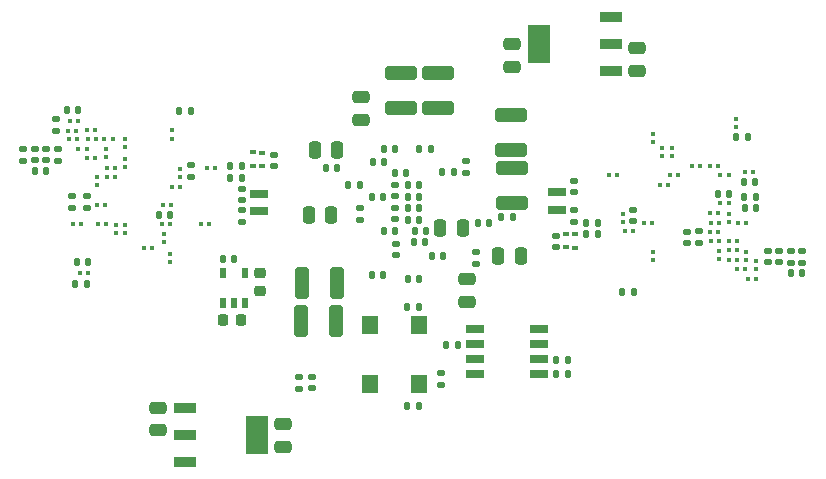
<source format=gbr>
%TF.GenerationSoftware,KiCad,Pcbnew,8.0.1*%
%TF.CreationDate,2025-01-10T22:18:19+05:00*%
%TF.ProjectId,BENE_DOUBLE_V1,42454e45-5f44-44f5-9542-4c455f56312e,rev?*%
%TF.SameCoordinates,Original*%
%TF.FileFunction,Paste,Bot*%
%TF.FilePolarity,Positive*%
%FSLAX46Y46*%
G04 Gerber Fmt 4.6, Leading zero omitted, Abs format (unit mm)*
G04 Created by KiCad (PCBNEW 8.0.1) date 2025-01-10 22:18:19*
%MOMM*%
%LPD*%
G01*
G04 APERTURE LIST*
G04 Aperture macros list*
%AMRoundRect*
0 Rectangle with rounded corners*
0 $1 Rounding radius*
0 $2 $3 $4 $5 $6 $7 $8 $9 X,Y pos of 4 corners*
0 Add a 4 corners polygon primitive as box body*
4,1,4,$2,$3,$4,$5,$6,$7,$8,$9,$2,$3,0*
0 Add four circle primitives for the rounded corners*
1,1,$1+$1,$2,$3*
1,1,$1+$1,$4,$5*
1,1,$1+$1,$6,$7*
1,1,$1+$1,$8,$9*
0 Add four rect primitives between the rounded corners*
20,1,$1+$1,$2,$3,$4,$5,0*
20,1,$1+$1,$4,$5,$6,$7,0*
20,1,$1+$1,$6,$7,$8,$9,0*
20,1,$1+$1,$8,$9,$2,$3,0*%
G04 Aperture macros list end*
%ADD10RoundRect,0.079500X0.079500X0.100500X-0.079500X0.100500X-0.079500X-0.100500X0.079500X-0.100500X0*%
%ADD11RoundRect,0.079500X-0.079500X-0.100500X0.079500X-0.100500X0.079500X0.100500X-0.079500X0.100500X0*%
%ADD12RoundRect,0.140000X0.140000X0.170000X-0.140000X0.170000X-0.140000X-0.170000X0.140000X-0.170000X0*%
%ADD13RoundRect,0.250000X1.100000X-0.325000X1.100000X0.325000X-1.100000X0.325000X-1.100000X-0.325000X0*%
%ADD14RoundRect,0.135000X0.135000X0.185000X-0.135000X0.185000X-0.135000X-0.185000X0.135000X-0.185000X0*%
%ADD15RoundRect,0.079500X0.100500X-0.079500X0.100500X0.079500X-0.100500X0.079500X-0.100500X-0.079500X0*%
%ADD16RoundRect,0.140000X-0.140000X-0.170000X0.140000X-0.170000X0.140000X0.170000X-0.140000X0.170000X0*%
%ADD17RoundRect,0.250000X0.325000X1.100000X-0.325000X1.100000X-0.325000X-1.100000X0.325000X-1.100000X0*%
%ADD18RoundRect,0.225000X-0.250000X0.225000X-0.250000X-0.225000X0.250000X-0.225000X0.250000X0.225000X0*%
%ADD19R,1.500000X0.800000*%
%ADD20RoundRect,0.140000X0.170000X-0.140000X0.170000X0.140000X-0.170000X0.140000X-0.170000X-0.140000X0*%
%ADD21RoundRect,0.250000X-0.250000X-0.475000X0.250000X-0.475000X0.250000X0.475000X-0.250000X0.475000X0*%
%ADD22RoundRect,0.250000X0.250000X0.475000X-0.250000X0.475000X-0.250000X-0.475000X0.250000X-0.475000X0*%
%ADD23RoundRect,0.140000X-0.170000X0.140000X-0.170000X-0.140000X0.170000X-0.140000X0.170000X0.140000X0*%
%ADD24RoundRect,0.250000X-0.475000X0.250000X-0.475000X-0.250000X0.475000X-0.250000X0.475000X0.250000X0*%
%ADD25RoundRect,0.135000X-0.185000X0.135000X-0.185000X-0.135000X0.185000X-0.135000X0.185000X0.135000X0*%
%ADD26RoundRect,0.135000X-0.135000X-0.185000X0.135000X-0.185000X0.135000X0.185000X-0.135000X0.185000X0*%
%ADD27R,0.508000X0.952500*%
%ADD28RoundRect,0.250000X0.475000X-0.250000X0.475000X0.250000X-0.475000X0.250000X-0.475000X-0.250000X0*%
%ADD29RoundRect,0.079500X-0.100500X0.079500X-0.100500X-0.079500X0.100500X-0.079500X0.100500X0.079500X0*%
%ADD30R,0.508000X0.431800*%
%ADD31R,0.508000X0.355600*%
%ADD32RoundRect,0.135000X0.185000X-0.135000X0.185000X0.135000X-0.185000X0.135000X-0.185000X-0.135000X0*%
%ADD33R,1.900000X0.900000*%
%ADD34R,1.900000X3.200000*%
%ADD35R,1.346200X1.524000*%
%ADD36RoundRect,0.147500X-0.172500X0.147500X-0.172500X-0.147500X0.172500X-0.147500X0.172500X0.147500X0*%
%ADD37R,1.500000X0.650000*%
%ADD38RoundRect,0.225000X-0.225000X-0.250000X0.225000X-0.250000X0.225000X0.250000X-0.225000X0.250000X0*%
G04 APERTURE END LIST*
D10*
%TO.C,C97*%
X75395000Y-96200000D03*
X74705000Y-96200000D03*
%TD*%
%TO.C,C94*%
X76195000Y-97000000D03*
X75505000Y-97000000D03*
%TD*%
%TO.C,C103*%
X84145000Y-100250000D03*
X83455000Y-100250000D03*
%TD*%
D11*
%TO.C,C35*%
X130605000Y-104800000D03*
X131295000Y-104800000D03*
%TD*%
D12*
%TO.C,C39*%
X132880000Y-102000000D03*
X131920000Y-102000000D03*
%TD*%
D13*
%TO.C,C126*%
X112200000Y-101575000D03*
X112200000Y-98625000D03*
%TD*%
D14*
%TO.C,R64*%
X107610000Y-113600000D03*
X106590000Y-113600000D03*
%TD*%
D11*
%TO.C,C45*%
X131905000Y-99000000D03*
X132595000Y-99000000D03*
%TD*%
D15*
%TO.C,C37*%
X132000000Y-106445000D03*
X132000000Y-105755000D03*
%TD*%
D10*
%TO.C,C24*%
X129695000Y-102450000D03*
X129005000Y-102450000D03*
%TD*%
D12*
%TO.C,C154*%
X104930000Y-103950000D03*
X103970000Y-103950000D03*
%TD*%
D14*
%TO.C,R47*%
X89360000Y-98500000D03*
X88340000Y-98500000D03*
%TD*%
D16*
%TO.C,C68*%
X71820000Y-98900000D03*
X72780000Y-98900000D03*
%TD*%
D17*
%TO.C,C158*%
X97375000Y-108400000D03*
X94425000Y-108400000D03*
%TD*%
D18*
%TO.C,C121*%
X90862999Y-107504150D03*
X90862999Y-109054150D03*
%TD*%
D19*
%TO.C,Y2*%
X116050000Y-102200000D03*
X116050000Y-100700000D03*
%TD*%
D10*
%TO.C,C101*%
X76995000Y-96200000D03*
X76305000Y-96200000D03*
%TD*%
D20*
%TO.C,C170*%
X99350000Y-103010000D03*
X99350000Y-102050000D03*
%TD*%
D12*
%TO.C,C184*%
X99330000Y-100050000D03*
X98370000Y-100050000D03*
%TD*%
D20*
%TO.C,C23*%
X128050000Y-104960000D03*
X128050000Y-104000000D03*
%TD*%
%TO.C,C69*%
X71800000Y-97980000D03*
X71800000Y-97020000D03*
%TD*%
D16*
%TO.C,C168*%
X100370000Y-107700000D03*
X101330000Y-107700000D03*
%TD*%
D21*
%TO.C,C125*%
X106150000Y-103750000D03*
X108050000Y-103750000D03*
%TD*%
D22*
%TO.C,C161*%
X97400000Y-97100000D03*
X95500000Y-97100000D03*
%TD*%
D11*
%TO.C,C43*%
X129005000Y-98450000D03*
X129695000Y-98450000D03*
%TD*%
D23*
%TO.C,C75*%
X89350000Y-102220000D03*
X89350000Y-103180000D03*
%TD*%
D24*
%TO.C,C149*%
X82250000Y-118950000D03*
X82250000Y-120850000D03*
%TD*%
D17*
%TO.C,C157*%
X97325000Y-111600000D03*
X94375000Y-111600000D03*
%TD*%
D25*
%TO.C,R37*%
X135850000Y-105640000D03*
X135850000Y-106660000D03*
%TD*%
D26*
%TO.C,R32*%
X118490000Y-103250000D03*
X119510000Y-103250000D03*
%TD*%
%TO.C,R33*%
X131890000Y-101050000D03*
X132910000Y-101050000D03*
%TD*%
D16*
%TO.C,C180*%
X105420000Y-106050000D03*
X106380000Y-106050000D03*
%TD*%
D21*
%TO.C,C178*%
X111050000Y-106050000D03*
X112950000Y-106050000D03*
%TD*%
D20*
%TO.C,C104*%
X85050000Y-99380000D03*
X85050000Y-98420000D03*
%TD*%
%TO.C,C182*%
X102400000Y-106030000D03*
X102400000Y-105070000D03*
%TD*%
D10*
%TO.C,C20*%
X128145000Y-98450000D03*
X127455000Y-98450000D03*
%TD*%
D27*
%TO.C,U1*%
X89650000Y-110052700D03*
X88699999Y-110052700D03*
X87749998Y-110052700D03*
X87749998Y-107500000D03*
X89650000Y-107500000D03*
%TD*%
D12*
%TO.C,C171*%
X101330000Y-101050000D03*
X100370000Y-101050000D03*
%TD*%
D14*
%TO.C,R34*%
X132160000Y-96050000D03*
X131140000Y-96050000D03*
%TD*%
D28*
%TO.C,C120*%
X122800000Y-90400000D03*
X122800000Y-88500000D03*
%TD*%
D29*
%TO.C,C79*%
X83250000Y-105905000D03*
X83250000Y-106595000D03*
%TD*%
D12*
%TO.C,C80*%
X83280000Y-102600000D03*
X82320000Y-102600000D03*
%TD*%
%TO.C,C179*%
X105330000Y-97050000D03*
X104370000Y-97050000D03*
%TD*%
D30*
%TO.C,U8*%
X91074650Y-97340641D03*
D31*
X91074650Y-98499999D03*
X90325350Y-98499999D03*
X90325350Y-97300001D03*
%TD*%
D15*
%TO.C,C89*%
X79450000Y-96895000D03*
X79450000Y-96205000D03*
%TD*%
D20*
%TO.C,C175*%
X108350000Y-99030000D03*
X108350000Y-98070000D03*
%TD*%
D16*
%TO.C,C156*%
X103390000Y-101050000D03*
X104350000Y-101050000D03*
%TD*%
D23*
%TO.C,C72*%
X92050000Y-97520000D03*
X92050000Y-98480000D03*
%TD*%
D10*
%TO.C,C92*%
X83345000Y-101750000D03*
X82655000Y-101750000D03*
%TD*%
D22*
%TO.C,C163*%
X96900000Y-102600000D03*
X95000000Y-102600000D03*
%TD*%
D10*
%TO.C,C78*%
X81745000Y-105400000D03*
X81055000Y-105400000D03*
%TD*%
D16*
%TO.C,C174*%
X106320000Y-99000000D03*
X107280000Y-99000000D03*
%TD*%
D12*
%TO.C,C113*%
X104380000Y-103000000D03*
X103420000Y-103000000D03*
%TD*%
D16*
%TO.C,C64*%
X131870000Y-99850000D03*
X132830000Y-99850000D03*
%TD*%
D12*
%TO.C,C77*%
X76330000Y-106600000D03*
X75370000Y-106600000D03*
%TD*%
D23*
%TO.C,C167*%
X109200000Y-105770000D03*
X109200000Y-106730000D03*
%TD*%
D15*
%TO.C,C51*%
X121600000Y-103245000D03*
X121600000Y-102555000D03*
%TD*%
D11*
%TO.C,C109*%
X77705000Y-96200000D03*
X78395000Y-96200000D03*
%TD*%
D12*
%TO.C,C153*%
X104880000Y-104900000D03*
X103920000Y-104900000D03*
%TD*%
D23*
%TO.C,C155*%
X102350000Y-102020000D03*
X102350000Y-102980000D03*
%TD*%
D15*
%TO.C,C27*%
X129750000Y-106345000D03*
X129750000Y-105655000D03*
%TD*%
D29*
%TO.C,C90*%
X77850000Y-97005000D03*
X77850000Y-97695000D03*
%TD*%
D12*
%TO.C,C127*%
X104330000Y-102050000D03*
X103370000Y-102050000D03*
%TD*%
D11*
%TO.C,C41*%
X121775000Y-103950000D03*
X122465000Y-103950000D03*
%TD*%
D15*
%TO.C,C88*%
X79450000Y-104145000D03*
X79450000Y-103455000D03*
%TD*%
D10*
%TO.C,C85*%
X76945000Y-97800000D03*
X76255000Y-97800000D03*
%TD*%
D16*
%TO.C,C183*%
X101370000Y-104000000D03*
X102330000Y-104000000D03*
%TD*%
D20*
%TO.C,C61*%
X115900000Y-105330000D03*
X115900000Y-104370000D03*
%TD*%
D25*
%TO.C,R39*%
X73750000Y-96990000D03*
X73750000Y-98010000D03*
%TD*%
D12*
%TO.C,C176*%
X97430000Y-98600000D03*
X96470000Y-98600000D03*
%TD*%
D32*
%TO.C,R42*%
X76250000Y-102010000D03*
X76250000Y-100990000D03*
%TD*%
D12*
%TO.C,C112*%
X116930000Y-116100000D03*
X115970000Y-116100000D03*
%TD*%
D24*
%TO.C,C150*%
X92800000Y-120350000D03*
X92800000Y-122250000D03*
%TD*%
D15*
%TO.C,C111*%
X83450000Y-96145000D03*
X83450000Y-95455000D03*
%TD*%
D11*
%TO.C,C95*%
X86355000Y-98600000D03*
X87045000Y-98600000D03*
%TD*%
D23*
%TO.C,C129*%
X106200000Y-116020000D03*
X106200000Y-116980000D03*
%TD*%
D12*
%TO.C,C181*%
X104380000Y-108050000D03*
X103420000Y-108050000D03*
%TD*%
D11*
%TO.C,C93*%
X77905000Y-98600000D03*
X78595000Y-98600000D03*
%TD*%
D16*
%TO.C,C165*%
X100440000Y-98100000D03*
X101400000Y-98100000D03*
%TD*%
D10*
%TO.C,C47*%
X121095000Y-99250000D03*
X120405000Y-99250000D03*
%TD*%
D19*
%TO.C,Y3*%
X90800000Y-100800000D03*
X90800000Y-102300000D03*
%TD*%
D20*
%TO.C,C63*%
X117450000Y-100680000D03*
X117450000Y-99720000D03*
%TD*%
D11*
%TO.C,C34*%
X129055000Y-104850000D03*
X129745000Y-104850000D03*
%TD*%
%TO.C,C83*%
X85905000Y-103400000D03*
X86595000Y-103400000D03*
%TD*%
D10*
%TO.C,C18*%
X130545000Y-101600000D03*
X129855000Y-101600000D03*
%TD*%
D11*
%TO.C,C38*%
X132155000Y-108050000D03*
X132845000Y-108050000D03*
%TD*%
D20*
%TO.C,C81*%
X73600000Y-95480000D03*
X73600000Y-94520000D03*
%TD*%
D16*
%TO.C,C172*%
X111320000Y-102800000D03*
X112280000Y-102800000D03*
%TD*%
D12*
%TO.C,C124*%
X104330000Y-100050000D03*
X103370000Y-100050000D03*
%TD*%
D10*
%TO.C,C102*%
X75495000Y-94650000D03*
X74805000Y-94650000D03*
%TD*%
D32*
%TO.C,R68*%
X94200000Y-117310000D03*
X94200000Y-116290000D03*
%TD*%
D33*
%TO.C,IC6*%
X84500000Y-123550000D03*
X84500000Y-121250000D03*
X84500000Y-118950000D03*
D34*
X90600000Y-121250000D03*
%TD*%
D11*
%TO.C,C96*%
X77105000Y-101800000D03*
X77795000Y-101800000D03*
%TD*%
D24*
%TO.C,C164*%
X108400000Y-108050000D03*
X108400000Y-109950000D03*
%TD*%
D12*
%TO.C,C17*%
X130580000Y-100850000D03*
X129620000Y-100850000D03*
%TD*%
D11*
%TO.C,C100*%
X77155000Y-103400000D03*
X77845000Y-103400000D03*
%TD*%
D12*
%TO.C,C169*%
X102330000Y-97050000D03*
X101370000Y-97050000D03*
%TD*%
D32*
%TO.C,R38*%
X70850000Y-98010000D03*
X70850000Y-96990000D03*
%TD*%
D23*
%TO.C,C128*%
X102350000Y-100070000D03*
X102350000Y-101030000D03*
%TD*%
D15*
%TO.C,C99*%
X78650000Y-104145000D03*
X78650000Y-103455000D03*
%TD*%
D16*
%TO.C,C123*%
X87732999Y-106304150D03*
X88692999Y-106304150D03*
%TD*%
D11*
%TO.C,C33*%
X131255000Y-107200000D03*
X131945000Y-107200000D03*
%TD*%
D15*
%TO.C,C46*%
X125750000Y-97645000D03*
X125750000Y-96955000D03*
%TD*%
D11*
%TO.C,C26*%
X130555000Y-106400000D03*
X131245000Y-106400000D03*
%TD*%
D14*
%TO.C,R40*%
X85060000Y-93850000D03*
X84040000Y-93850000D03*
%TD*%
D26*
%TO.C,R31*%
X118490000Y-104200000D03*
X119510000Y-104200000D03*
%TD*%
D14*
%TO.C,R35*%
X122560000Y-109100000D03*
X121540000Y-109100000D03*
%TD*%
D26*
%TO.C,R41*%
X75240000Y-108450000D03*
X76260000Y-108450000D03*
%TD*%
D23*
%TO.C,C66*%
X134800000Y-105670000D03*
X134800000Y-106630000D03*
%TD*%
D14*
%TO.C,R65*%
X116960000Y-114850000D03*
X115940000Y-114850000D03*
%TD*%
D20*
%TO.C,C65*%
X133850000Y-106630000D03*
X133850000Y-105670000D03*
%TD*%
D15*
%TO.C,C40*%
X124150000Y-106425000D03*
X124150000Y-105735000D03*
%TD*%
D20*
%TO.C,C71*%
X74950000Y-101980000D03*
X74950000Y-101020000D03*
%TD*%
D10*
%TO.C,C19*%
X130545000Y-99250000D03*
X129855000Y-99250000D03*
%TD*%
%TO.C,C36*%
X131245000Y-105600000D03*
X130555000Y-105600000D03*
%TD*%
D11*
%TO.C,C86*%
X74605000Y-95500000D03*
X75295000Y-95500000D03*
%TD*%
D16*
%TO.C,C173*%
X109340000Y-103250000D03*
X110300000Y-103250000D03*
%TD*%
D11*
%TO.C,C110*%
X76255000Y-95400000D03*
X76945000Y-95400000D03*
%TD*%
D20*
%TO.C,C73*%
X89350000Y-101330000D03*
X89350000Y-100370000D03*
%TD*%
D12*
%TO.C,C82*%
X75480000Y-93750000D03*
X74520000Y-93750000D03*
%TD*%
D15*
%TO.C,C32*%
X132900000Y-107195000D03*
X132900000Y-106505000D03*
%TD*%
D29*
%TO.C,C106*%
X77050000Y-99355000D03*
X77050000Y-100045000D03*
%TD*%
%TO.C,C98*%
X79450000Y-97855000D03*
X79450000Y-98545000D03*
%TD*%
D12*
%TO.C,C67*%
X136780000Y-107550000D03*
X135820000Y-107550000D03*
%TD*%
D35*
%TO.C,X1*%
X100150000Y-116950000D03*
X100150000Y-111950000D03*
X104350000Y-111950000D03*
X104350000Y-116950000D03*
%TD*%
D13*
%TO.C,C160*%
X105950000Y-93525000D03*
X105950000Y-90575000D03*
%TD*%
D15*
%TO.C,C48*%
X124150000Y-96445000D03*
X124150000Y-95755000D03*
%TD*%
D14*
%TO.C,R48*%
X89360000Y-99450000D03*
X88340000Y-99450000D03*
%TD*%
D10*
%TO.C,C87*%
X75695000Y-103400000D03*
X75005000Y-103400000D03*
%TD*%
D11*
%TO.C,C42*%
X123405000Y-103250000D03*
X124095000Y-103250000D03*
%TD*%
D15*
%TO.C,C29*%
X130550000Y-103245000D03*
X130550000Y-102555000D03*
%TD*%
D12*
%TO.C,C166*%
X103280000Y-99050000D03*
X102320000Y-99050000D03*
%TD*%
D10*
%TO.C,C28*%
X129715000Y-103250000D03*
X129025000Y-103250000D03*
%TD*%
D15*
%TO.C,C44*%
X124900000Y-97595000D03*
X124900000Y-96905000D03*
%TD*%
D20*
%TO.C,C50*%
X122450000Y-103130000D03*
X122450000Y-102170000D03*
%TD*%
D24*
%TO.C,C119*%
X112250000Y-88150000D03*
X112250000Y-90050000D03*
%TD*%
D10*
%TO.C,C30*%
X129695000Y-104050000D03*
X129005000Y-104050000D03*
%TD*%
D36*
%TO.C,D11*%
X95300000Y-116315000D03*
X95300000Y-117285000D03*
%TD*%
D15*
%TO.C,C108*%
X84100000Y-99395000D03*
X84100000Y-98705000D03*
%TD*%
%TO.C,C107*%
X82750000Y-104895000D03*
X82750000Y-104205000D03*
%TD*%
D23*
%TO.C,C62*%
X117450000Y-102220000D03*
X117450000Y-103180000D03*
%TD*%
D30*
%TO.C,U7*%
X116775350Y-105359359D03*
D31*
X116775350Y-104200001D03*
X117524650Y-104200001D03*
X117524650Y-105399999D03*
%TD*%
D23*
%TO.C,C70*%
X72800000Y-97020000D03*
X72800000Y-97980000D03*
%TD*%
D14*
%TO.C,RD11*%
X104360000Y-118800000D03*
X103340000Y-118800000D03*
%TD*%
D11*
%TO.C,C105*%
X77905000Y-99400000D03*
X78595000Y-99400000D03*
%TD*%
D32*
%TO.C,R36*%
X136800000Y-106660000D03*
X136800000Y-105640000D03*
%TD*%
D37*
%TO.C,IC8*%
X109100000Y-116105000D03*
X109100000Y-114835000D03*
X109100000Y-113565000D03*
X109100000Y-112295000D03*
X114500000Y-112295000D03*
X114500000Y-113565000D03*
X114500000Y-114835000D03*
X114500000Y-116105000D03*
%TD*%
D15*
%TO.C,C49*%
X131150000Y-95195000D03*
X131150000Y-94505000D03*
%TD*%
D11*
%TO.C,C22*%
X124705000Y-100050000D03*
X125395000Y-100050000D03*
%TD*%
D14*
%TO.C,RD14*%
X104360000Y-110400000D03*
X103340000Y-110400000D03*
%TD*%
D11*
%TO.C,C84*%
X82605000Y-103400000D03*
X83295000Y-103400000D03*
%TD*%
D33*
%TO.C,IC5*%
X120600000Y-85850000D03*
X120600000Y-88150000D03*
X120600000Y-90450000D03*
D34*
X114500000Y-88150000D03*
%TD*%
D20*
%TO.C,C31*%
X127000000Y-104980000D03*
X127000000Y-104020000D03*
%TD*%
D28*
%TO.C,C162*%
X99400000Y-94550000D03*
X99400000Y-92650000D03*
%TD*%
D13*
%TO.C,C159*%
X112150000Y-97075000D03*
X112150000Y-94125000D03*
%TD*%
D38*
%TO.C,C122*%
X87725000Y-111500000D03*
X89275000Y-111500000D03*
%TD*%
D11*
%TO.C,C25*%
X131375000Y-103250000D03*
X132065000Y-103250000D03*
%TD*%
%TO.C,C21*%
X125555000Y-99250000D03*
X126245000Y-99250000D03*
%TD*%
D10*
%TO.C,C91*%
X76295000Y-107550000D03*
X75605000Y-107550000D03*
%TD*%
D13*
%TO.C,C177*%
X102850000Y-93525000D03*
X102850000Y-90575000D03*
%TD*%
M02*

</source>
